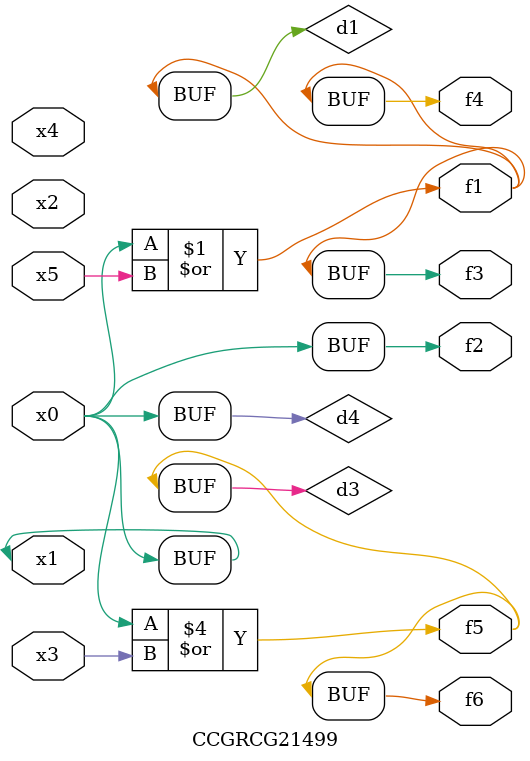
<source format=v>
module CCGRCG21499(
	input x0, x1, x2, x3, x4, x5,
	output f1, f2, f3, f4, f5, f6
);

	wire d1, d2, d3, d4;

	or (d1, x0, x5);
	xnor (d2, x1, x4);
	or (d3, x0, x3);
	buf (d4, x0, x1);
	assign f1 = d1;
	assign f2 = d4;
	assign f3 = d1;
	assign f4 = d1;
	assign f5 = d3;
	assign f6 = d3;
endmodule

</source>
